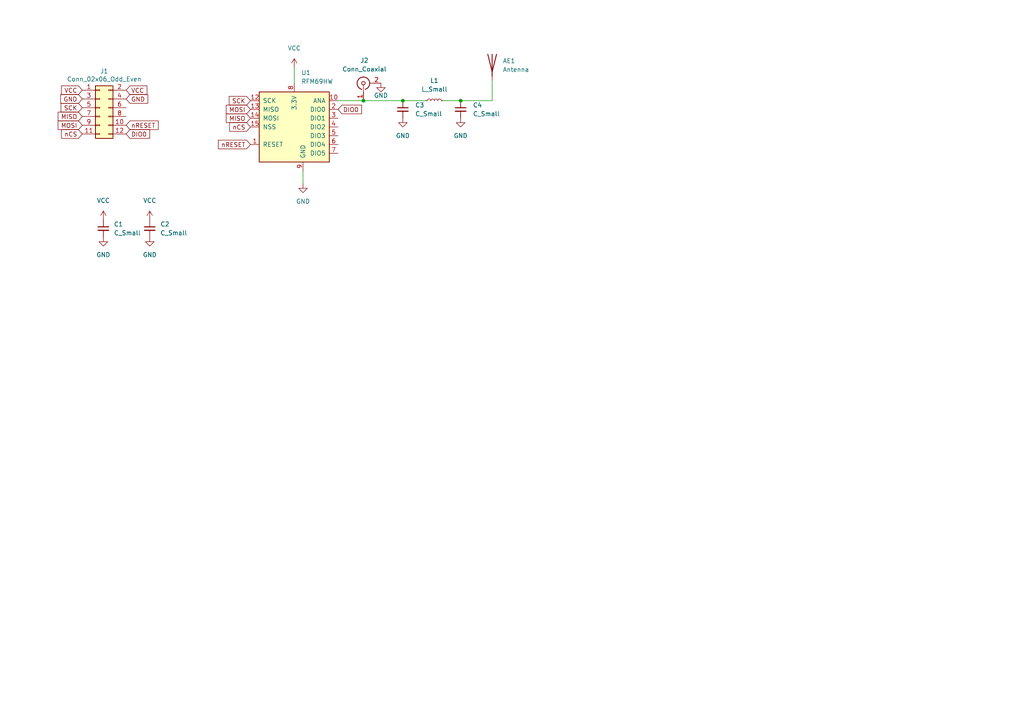
<source format=kicad_sch>
(kicad_sch (version 20211123) (generator eeschema)
  (paper "A4")
  (lib_symbols
    (symbol "Connector:Conn_Coaxial" (pin_names (offset 1.016) hide)
      (property "Reference" "J" (at 0.254 3.048 0))
      (property "Value" "Conn_Coaxial" (at 2.921 0 90))
      (symbol "Conn_Coaxial_0_1"
        (arc (start -1.778 -0.508) (mid 0.2311 -1.8066) (end 1.778 0) (stroke (width 0.254)))
        (polyline (pts (xy -2.54 0) (xy -0.508 0)))
        (polyline (pts (xy 0 -2.54) (xy 0 -1.778)))
        (circle (center 0 0) (radius 0.508) (stroke (width 0.2032)))
        (arc (start 1.778 0) (mid 0.2099 1.8101) (end -1.778 0.508) (stroke (width 0.254)))
      )
      (symbol "Conn_Coaxial_1_1"
        (pin passive line (at -5.08 0 0) (length 2.54) (name "In") (number "1"))
        (pin passive line (at 0 -5.08 90) (length 2.54) (name "Ext") (number "2"))
      )
    )
    (symbol "Connector_Generic:Conn_02x06_Odd_Even" (pin_names (offset 1.016) hide)
      (property "Reference" "J" (at 1.27 7.62 0))
      (property "Value" "Conn_02x06_Odd_Even" (at 1.27 -10.16 0))
      (symbol "Conn_02x06_Odd_Even_1_1"
        (rectangle (start -1.27 -7.493) (end 0 -7.747) (stroke (width 0.1524)))
        (rectangle (start -1.27 -4.953) (end 0 -5.207) (stroke (width 0.1524)))
        (rectangle (start -1.27 -2.413) (end 0 -2.667) (stroke (width 0.1524)))
        (rectangle (start -1.27 0.127) (end 0 -0.127) (stroke (width 0.1524)))
        (rectangle (start -1.27 2.667) (end 0 2.413) (stroke (width 0.1524)))
        (rectangle (start -1.27 5.207) (end 0 4.953) (stroke (width 0.1524)))
        (rectangle (start -1.27 6.35) (end 3.81 -8.89) (stroke (width 0.254)) (fill (type background)))
        (rectangle (start 3.81 -7.493) (end 2.54 -7.747) (stroke (width 0.1524)))
        (rectangle (start 3.81 -4.953) (end 2.54 -5.207) (stroke (width 0.1524)))
        (rectangle (start 3.81 -2.413) (end 2.54 -2.667) (stroke (width 0.1524)))
        (rectangle (start 3.81 0.127) (end 2.54 -0.127) (stroke (width 0.1524)))
        (rectangle (start 3.81 2.667) (end 2.54 2.413) (stroke (width 0.1524)))
        (rectangle (start 3.81 5.207) (end 2.54 4.953) (stroke (width 0.1524)))
        (pin passive line (at -5.08 5.08 0) (length 3.81) (name "Pin_1") (number "1"))
        (pin passive line (at 7.62 -5.08 180) (length 3.81) (name "Pin_10") (number "10"))
        (pin passive line (at -5.08 -7.62 0) (length 3.81) (name "Pin_11") (number "11"))
        (pin passive line (at 7.62 -7.62 180) (length 3.81) (name "Pin_12") (number "12"))
        (pin passive line (at 7.62 5.08 180) (length 3.81) (name "Pin_2") (number "2"))
        (pin passive line (at -5.08 2.54 0) (length 3.81) (name "Pin_3") (number "3"))
        (pin passive line (at 7.62 2.54 180) (length 3.81) (name "Pin_4") (number "4"))
        (pin passive line (at -5.08 0 0) (length 3.81) (name "Pin_5") (number "5"))
        (pin passive line (at 7.62 0 180) (length 3.81) (name "Pin_6") (number "6"))
        (pin passive line (at -5.08 -2.54 0) (length 3.81) (name "Pin_7") (number "7"))
        (pin passive line (at 7.62 -2.54 180) (length 3.81) (name "Pin_8") (number "8"))
        (pin passive line (at -5.08 -5.08 0) (length 3.81) (name "Pin_9") (number "9"))
      )
    )
    (symbol "Device:Antenna" (pin_numbers hide) (pin_names (offset 1.016) hide)
      (property "Reference" "AE" (at -1.905 1.905 0))
      (property "Value" "Antenna" (at -1.905 0 0))
      (symbol "Antenna_0_1"
        (polyline (pts (xy 0 2.54) (xy 0 -3.81)) (stroke (width 0.254)))
        (polyline (pts (xy 1.27 2.54) (xy 0 -2.54) (xy -1.27 2.54)) (stroke (width 0.254)))
      )
      (symbol "Antenna_1_1"
        (pin input line (at 0 -5.08 90) (length 2.54) (name "A") (number "1"))
      )
    )
    (symbol "Device:C_Small" (pin_numbers hide) (pin_names (offset 0.254) hide)
      (property "Reference" "C" (at 0.254 1.778 0))
      (property "Value" "C_Small" (at 0.254 -2.032 0))
      (symbol "C_Small_0_1"
        (polyline (pts (xy -1.524 -0.508) (xy 1.524 -0.508)) (stroke (width 0.3302)))
        (polyline (pts (xy -1.524 0.508) (xy 1.524 0.508)) (stroke (width 0.3048)))
      )
      (symbol "C_Small_1_1"
        (pin passive line (at 0 2.54 270) (length 2.032) (name "~") (number "1"))
        (pin passive line (at 0 -2.54 90) (length 2.032) (name "~") (number "2"))
      )
    )
    (symbol "Device:L_Small" (pin_numbers hide) (pin_names (offset 0.254) hide)
      (property "Reference" "L" (at 0.762 1.016 0))
      (property "Value" "L_Small" (at 0.762 -1.016 0))
      (symbol "L_Small_0_1"
        (arc (start 0 -2.032) (mid 0.508 -1.524) (end 0 -1.016))
        (arc (start 0 -1.016) (mid 0.508 -0.508) (end 0 0))
        (arc (start 0 0) (mid 0.508 0.508) (end 0 1.016))
        (arc (start 0 1.016) (mid 0.508 1.524) (end 0 2.032))
      )
      (symbol "L_Small_1_1"
        (pin passive line (at 0 2.54 270) (length 0.508) (name "~") (number "1"))
        (pin passive line (at 0 -2.54 90) (length 0.508) (name "~") (number "2"))
      )
    )
    (symbol "RF_Module:RFM69HW" (pin_names (offset 1.016))
      (property "Reference" "U" (at -3.81 11.43 0))
      (property "Value" "RFM69HW" (at -7.62 13.97 0))
      (symbol "RFM69HW_0_1"
        (rectangle (start -10.16 10.16) (end 10.16 -10.16) (stroke (width 0.254)) (fill (type background)))
      )
      (symbol "RFM69HW_1_1"
        (pin input line (at -12.7 -5.08 0) (length 2.54) (name "RESET") (number "1"))
        (pin output line (at 12.7 7.62 180) (length 2.54) (name "ANA") (number "10"))
        (pin passive line (at 2.54 -12.7 90) (length 2.54) hide (name "GND") (number "11"))
        (pin input line (at -12.7 7.62 0) (length 2.54) (name "SCK") (number "12"))
        (pin output line (at -12.7 5.08 0) (length 2.54) (name "MISO") (number "13"))
        (pin input line (at -12.7 2.54 0) (length 2.54) (name "MOSI") (number "14"))
        (pin input line (at -12.7 0 0) (length 2.54) (name "NSS") (number "15"))
        (pin no_connect line (at -2.54 -12.7 90) (length 2.54) hide (name "NC") (number "16"))
        (pin bidirectional line (at 12.7 5.08 180) (length 2.54) (name "DIO0") (number "2"))
        (pin bidirectional line (at 12.7 2.54 180) (length 2.54) (name "DIO1") (number "3"))
        (pin bidirectional line (at 12.7 0 180) (length 2.54) (name "DIO2") (number "4"))
        (pin bidirectional line (at 12.7 -2.54 180) (length 2.54) (name "DIO3") (number "5"))
        (pin bidirectional line (at 12.7 -5.08 180) (length 2.54) (name "DIO4") (number "6"))
        (pin bidirectional line (at 12.7 -7.62 180) (length 2.54) (name "DIO5") (number "7"))
        (pin power_in line (at 0 12.7 270) (length 2.54) (name "3.3V") (number "8"))
        (pin power_in line (at 2.54 -12.7 90) (length 2.54) (name "GND") (number "9"))
      )
    )
    (symbol "power:GND" (power) (pin_names (offset 0))
      (property "Value" "GND" (at 0 -3.81 0))
      (symbol "GND_0_1"
        (polyline (pts (xy 0 0) (xy 0 -1.27) (xy 1.27 -1.27) (xy 0 -2.54) (xy -1.27 -1.27) (xy 0 -1.27)))
      )
      (symbol "GND_1_1"
        (pin power_in line (at 0 0 270) (length 0) hide (name "GND") (number "1"))
      )
    )
    (symbol "power:VCC" (power) (pin_names (offset 0))
      (property "Value" "VCC" (at 0 3.81 0))
      (symbol "VCC_0_1"
        (polyline (pts (xy -0.762 1.27) (xy 0 2.54)))
        (polyline (pts (xy 0 0) (xy 0 2.54)))
        (polyline (pts (xy 0 2.54) (xy 0.762 1.27)))
      )
      (symbol "VCC_1_1"
        (pin power_in line (at 0 0 90) (length 0) hide (name "VCC") (number "1"))
      )
    )
  )
  (junction (at 116.84 29.21))
  (junction (at 133.604 29.21))
  (junction (at 105.41 29.21))
  (wire (pts (xy 123.444 29.21) (xy 116.84 29.21)))
  (wire (pts (xy 128.524 29.21) (xy 133.604 29.21)))
  (wire (pts (xy 133.604 29.21) (xy 142.748 29.21)))
  (wire (pts (xy 98.044 29.21) (xy 105.41 29.21)))
  (wire (pts (xy 85.344 19.558) (xy 85.344 24.13)))
  (wire (pts (xy 87.884 49.53) (xy 87.884 53.34)))
  (wire (pts (xy 105.41 29.21) (xy 116.84 29.21)))
  (wire (pts (xy 142.748 29.21) (xy 142.748 23.368)))
  (global_label "nRESET" (shape input) (at 72.644 41.91 180) (property "Intersheet-verwijzingen" "${INTERSHEET_REFS}" (effects hide)))
  (global_label "MISO" (shape input) (at 23.876 33.782 180) (property "Intersheet-verwijzingen" "${INTERSHEET_REFS}" (effects hide)))
  (global_label "GND" (shape input) (at 36.576 28.702 0) (property "Intersheet-verwijzingen" "${INTERSHEET_REFS}" (effects hide)))
  (global_label "VCC" (shape input) (at 23.876 26.162 180) (property "Intersheet-verwijzingen" "${INTERSHEET_REFS}" (effects hide)))
  (global_label "nCS" (shape input) (at 72.644 36.83 180) (property "Intersheet-verwijzingen" "${INTERSHEET_REFS}" (effects hide)))
  (global_label "GND" (shape input) (at 23.876 28.702 180) (property "Intersheet-verwijzingen" "${INTERSHEET_REFS}" (effects hide)))
  (global_label "SCK" (shape input) (at 23.876 31.242 180) (property "Intersheet-verwijzingen" "${INTERSHEET_REFS}" (effects hide)))
  (global_label "nCS" (shape input) (at 23.876 38.862 180) (property "Intersheet-verwijzingen" "${INTERSHEET_REFS}" (effects hide)))
  (global_label "VCC" (shape input) (at 36.576 26.162 0) (property "Intersheet-verwijzingen" "${INTERSHEET_REFS}" (effects hide)))
  (global_label "DIO0" (shape input) (at 98.044 31.75 0) (property "Intersheet-verwijzingen" "${INTERSHEET_REFS}" (effects hide)))
  (global_label "DIO0" (shape input) (at 36.576 38.862 0) (property "Intersheet-verwijzingen" "${INTERSHEET_REFS}" (effects hide)))
  (global_label "MISO" (shape input) (at 72.644 34.29 180) (property "Intersheet-verwijzingen" "${INTERSHEET_REFS}" (effects hide)))
  (global_label "MOSI" (shape input) (at 72.644 31.75 180) (property "Intersheet-verwijzingen" "${INTERSHEET_REFS}" (effects hide)))
  (global_label "nRESET" (shape input) (at 36.576 36.322 0) (property "Intersheet-verwijzingen" "${INTERSHEET_REFS}" (effects hide)))
  (global_label "SCK" (shape input) (at 72.644 29.21 180) (property "Intersheet-verwijzingen" "${INTERSHEET_REFS}" (effects hide)))
  (global_label "MOSI" (shape input) (at 23.876 36.322 180) (property "Intersheet-verwijzingen" "${INTERSHEET_REFS}" (effects hide)))
  (symbol (lib_id "Connector_Generic:Conn_02x06_Odd_Even") (at 28.956 31.242 0) (unit 1)
    (property "Reference" "J1" (at 30.226 20.6502 0))
    (property "Value" "Conn_02x06_Odd_Even" (at 30.226 22.9616 0))
    (property "Footprint" "Connector_PinHeader_2.54mm:PinHeader_2x06_P2.54mm_Horizontal" (effects hide))
  )
  (symbol (lib_id "Device:Antenna") (at 142.748 18.288 0) (unit 1)
    (property "Reference" "AE1" (at 145.796 17.6529 0) (effects (justify left)))
    (property "Value" "Antenna" (at 145.796 20.1929 0) (effects (justify left)))
    (property "Footprint" "RF_Antenna:Texas_SWRA416_868MHz_915MHz" (effects hide))
  )
  (symbol (lib_id "power:GND") (at 43.434 68.834 0) (unit 1)
    (property "Reference" "#PWR04" (effects hide))
    (property "Value" "GND" (at 43.434 73.914 0))
  )
  (symbol (lib_id "RF_Module:RFM69HW") (at 85.344 36.83 0) (unit 1)
    (property "Reference" "U1" (at 87.3634 21.082 0) (effects (justify left)))
    (property "Value" "RFM69HW" (at 87.3634 23.622 0) (effects (justify left)))
    (property "Footprint" "RF_Module:HOPERF_RFM69HW" (effects hide))
    (property "Datasheet" "https://www.hoperf.com/data/upload/portal/20181127/5bfcbb56f1fd7.pdf" (effects hide))
  )
  (symbol (lib_id "power:GND") (at 29.972 68.834 0) (unit 1)
    (property "Reference" "#PWR02" (effects hide))
    (property "Value" "GND" (at 29.972 73.914 0))
  )
  (symbol (lib_id "Device:C_Small") (at 133.604 31.75 0) (unit 1)
    (property "Reference" "C4" (at 137.16 30.4862 0) (effects (justify left)))
    (property "Value" "C_Small" (at 137.16 33.0262 0) (effects (justify left)))
    (property "Footprint" "Capacitor_SMD:C_0603_1608Metric_Pad1.08x0.95mm_HandSolder" (effects hide))
  )
  (symbol (lib_id "Device:L_Small") (at 125.984 29.21 90) (unit 1)
    (property "Reference" "L1" (at 125.984 23.368 90))
    (property "Value" "L_Small" (at 125.984 25.908 90))
    (property "Footprint" "Inductor_SMD:L_0603_1608Metric_Pad1.05x0.95mm_HandSolder" (effects hide))
  )
  (symbol (lib_id "power:GND") (at 87.884 53.34 0) (unit 1)
    (property "Reference" "#PWR06" (effects hide))
    (property "Value" "GND" (at 87.884 58.42 0))
  )
  (symbol (lib_id "power:GND") (at 116.84 34.29 0) (unit 1)
    (property "Reference" "#PWR08" (effects hide))
    (property "Value" "GND" (at 116.84 39.37 0))
  )
  (symbol (lib_id "Device:C_Small") (at 29.972 66.294 0) (unit 1)
    (property "Reference" "C1" (at 33.02 65.0302 0) (effects (justify left)))
    (property "Value" "C_Small" (at 33.02 67.5702 0) (effects (justify left)))
    (property "Footprint" "Capacitor_SMD:C_0805_2012Metric_Pad1.18x1.45mm_HandSolder" (effects hide))
  )
  (symbol (lib_id "power:VCC") (at 85.344 19.558 0) (unit 1)
    (property "Reference" "#PWR05" (effects hide))
    (property "Value" "VCC" (at 85.344 13.97 0))
  )
  (symbol (lib_id "Connector:Conn_Coaxial") (at 105.41 24.13 90) (unit 1)
    (property "Reference" "J2" (at 105.7032 17.526 90))
    (property "Value" "Conn_Coaxial" (at 105.7032 20.066 90))
    (property "Footprint" "AvS_Antenna:HC-RF-IPEX2020-04" (effects hide))
    (property "Datasheet" " ~" (effects hide))
  )
  (symbol (lib_id "power:GND") (at 133.604 34.29 0) (unit 1)
    (property "Reference" "#PWR09" (effects hide))
    (property "Value" "GND" (at 133.604 39.37 0))
  )
  (symbol (lib_id "power:GND") (at 110.49 24.13 0) (unit 1)
    (property "Reference" "#PWR07" (effects hide))
    (property "Value" "GND" (at 110.49 27.686 0))
  )
  (symbol (lib_id "Device:C_Small") (at 116.84 31.75 0) (unit 1)
    (property "Reference" "C3" (at 120.396 30.4862 0) (effects (justify left)))
    (property "Value" "C_Small" (at 120.396 33.0262 0) (effects (justify left)))
    (property "Footprint" "Capacitor_SMD:C_0603_1608Metric_Pad1.08x0.95mm_HandSolder" (effects hide))
  )
  (symbol (lib_id "power:VCC") (at 43.434 63.754 0) (unit 1)
    (property "Reference" "#PWR03" (effects hide))
    (property "Value" "VCC" (at 43.434 58.166 0))
  )
  (symbol (lib_id "power:VCC") (at 29.972 63.754 0) (unit 1)
    (property "Reference" "#PWR01" (effects hide))
    (property "Value" "VCC" (at 29.972 58.166 0))
  )
  (symbol (lib_id "Device:C_Small") (at 43.434 66.294 0) (unit 1)
    (property "Reference" "C2" (at 46.482 65.0302 0) (effects (justify left)))
    (property "Value" "C_Small" (at 46.482 67.5702 0) (effects (justify left)))
    (property "Footprint" "Capacitor_SMD:C_0805_2012Metric_Pad1.18x1.45mm_HandSolder" (effects hide))
  )
)
</source>
